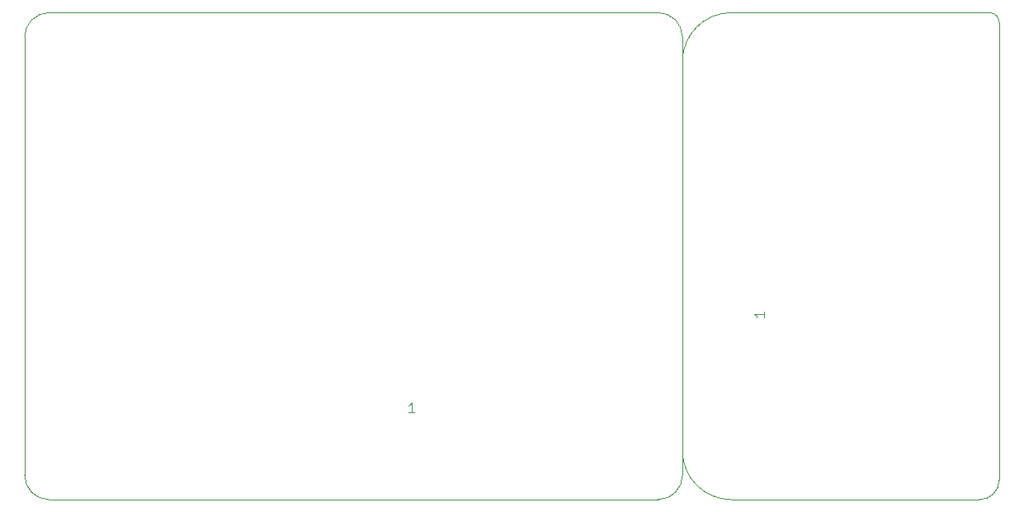
<source format=gm1>
G04 #@! TF.GenerationSoftware,KiCad,Pcbnew,(5.1.4)-1*
G04 #@! TF.CreationDate,2020-01-01T20:20:34-05:00*
G04 #@! TF.ProjectId,Board,426f6172-642e-46b6-9963-61645f706362,rev?*
G04 #@! TF.SameCoordinates,Original*
G04 #@! TF.FileFunction,Profile,NP*
%FSLAX46Y46*%
G04 Gerber Fmt 4.6, Leading zero omitted, Abs format (unit mm)*
G04 Created by KiCad (PCBNEW (5.1.4)-1) date 2020-01-01 20:20:34*
%MOMM*%
%LPD*%
G04 APERTURE LIST*
%ADD10C,0.050000*%
G04 APERTURE END LIST*
D10*
X162800000Y-63360000D02*
X162800000Y-103360000D01*
X194300000Y-58360000D02*
X167800000Y-58360000D01*
X195300000Y-106360000D02*
X195300000Y-59360000D01*
X193300000Y-108360000D02*
X167800000Y-108360000D01*
X97800000Y-58360000D02*
X160300000Y-58360000D01*
X95300000Y-105860000D02*
X95300000Y-60860000D01*
X160300000Y-108360000D02*
X97800000Y-108360000D01*
X162800000Y-105860000D02*
X162800000Y-103360000D01*
X162800000Y-60860000D02*
X162800000Y-63360000D01*
X95300000Y-60860000D02*
G75*
G02X97800000Y-58360000I2500000J0D01*
G01*
X162800000Y-63360000D02*
G75*
G02X167800000Y-58360000I5000000J0D01*
G01*
X167800000Y-108360000D02*
G75*
G02X162800000Y-103360000I0J5000000D01*
G01*
X195300000Y-106360000D02*
G75*
G02X193300000Y-108360000I-2000000J0D01*
G01*
X194300000Y-58360000D02*
G75*
G02X195300000Y-59360000I0J-1000000D01*
G01*
X162800000Y-105860000D02*
G75*
G02X160300000Y-108360000I-2500000J0D01*
G01*
X97800000Y-108360000D02*
G75*
G02X95300000Y-105860000I0J2500000D01*
G01*
X160300000Y-58360000D02*
G75*
G02X162800000Y-60860000I0J-2500000D01*
G01*
X135285714Y-99412380D02*
X134714285Y-99412380D01*
X135000000Y-99412380D02*
X135000000Y-98412380D01*
X134904761Y-98555238D01*
X134809523Y-98650476D01*
X134714285Y-98698095D01*
X171152380Y-89044285D02*
X171152380Y-89615714D01*
X171152380Y-89330000D02*
X170152380Y-89330000D01*
X170295238Y-89425238D01*
X170390476Y-89520476D01*
X170438095Y-89615714D01*
M02*

</source>
